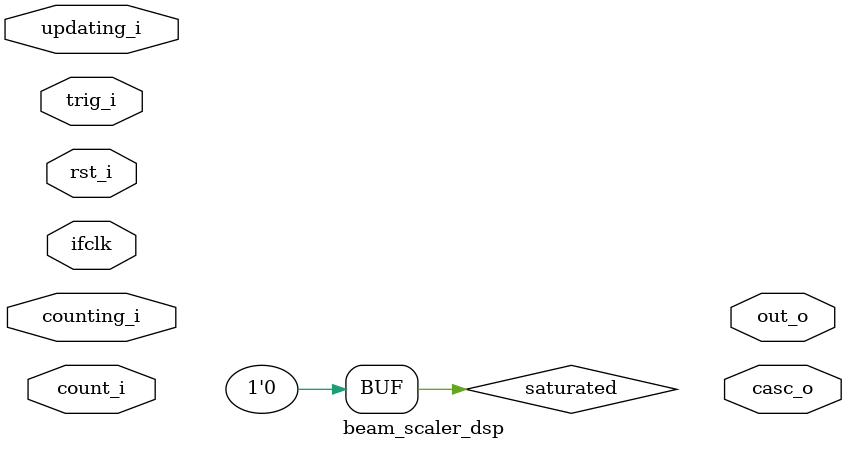
<source format=sv>
`timescale 1ns / 1ps

module beam_scalers #(parameter WBCLKTYPE = "NONE",
                      parameter CLKTYPE = "NONE",
                      parameter NBEAMS = 2)(
        input ifclk,
        input [NBEAMS-1:0] trigger_i
    );
    
        
    
endmodule

module beam_scaler_dsp #(parameter CASCADE = "FALSE")(
        input ifclk,
        input trig_i,
        input rst_i,
        input counting_i,
        input updating_i,
        input count_i,
        output [47:0] out_o,
        output [47:0] casc_o
        );

    // our magic here happens from the opmode
    // like, we are super-goddamn awesome folks

    // Carry. If we use a single DSP, this works because we're actually counting
    // (count_i)<<16
    wire carryout;
    // Capture if we cross the top bit, whatever it actually is, and hold that.
    // It flips our opmode Y input to {48{1'b1}} so we saturate.
    reg saturated = 0;
    
endmodule        

</source>
